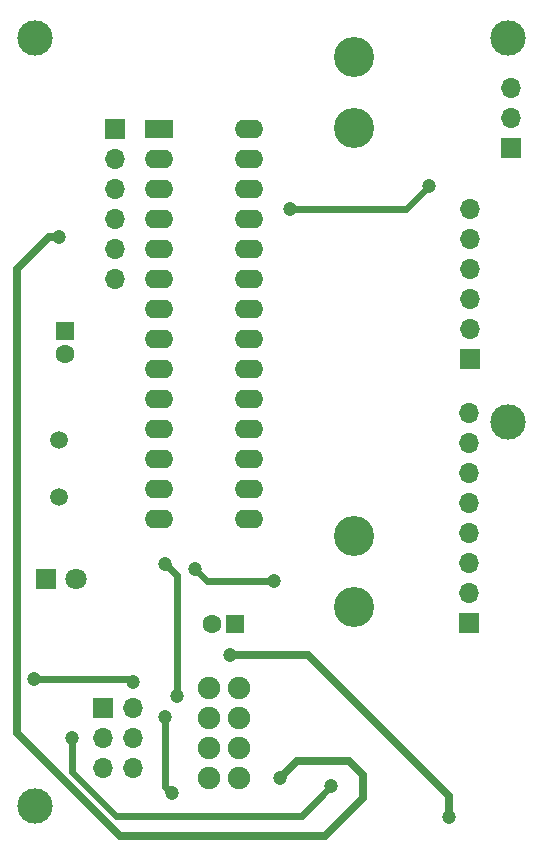
<source format=gtl>
G04 #@! TF.GenerationSoftware,KiCad,Pcbnew,5.0.1-33cea8e~68~ubuntu18.04.1*
G04 #@! TF.CreationDate,2018-11-23T15:34:50-05:00*
G04 #@! TF.ProjectId,samn,73616D6E2E6B696361645F7063620000,6*
G04 #@! TF.SameCoordinates,Original*
G04 #@! TF.FileFunction,Copper,L1,Top,Mixed*
G04 #@! TF.FilePolarity,Positive*
%FSLAX46Y46*%
G04 Gerber Fmt 4.6, Leading zero omitted, Abs format (unit mm)*
G04 Created by KiCad (PCBNEW 5.0.1-33cea8e~68~ubuntu18.04.1) date Fri 23 Nov 2018 03:34:50 PM EST*
%MOMM*%
%LPD*%
G01*
G04 APERTURE LIST*
G04 #@! TA.AperFunction,ComponentPad*
%ADD10R,1.700000X1.700000*%
G04 #@! TD*
G04 #@! TA.AperFunction,ComponentPad*
%ADD11O,1.700000X1.700000*%
G04 #@! TD*
G04 #@! TA.AperFunction,ComponentPad*
%ADD12C,1.900000*%
G04 #@! TD*
G04 #@! TA.AperFunction,ComponentPad*
%ADD13C,1.800000*%
G04 #@! TD*
G04 #@! TA.AperFunction,ComponentPad*
%ADD14R,1.800000X1.800000*%
G04 #@! TD*
G04 #@! TA.AperFunction,ComponentPad*
%ADD15C,3.400000*%
G04 #@! TD*
G04 #@! TA.AperFunction,ComponentPad*
%ADD16C,1.500000*%
G04 #@! TD*
G04 #@! TA.AperFunction,ComponentPad*
%ADD17C,1.600000*%
G04 #@! TD*
G04 #@! TA.AperFunction,ComponentPad*
%ADD18R,1.600000X1.600000*%
G04 #@! TD*
G04 #@! TA.AperFunction,ComponentPad*
%ADD19O,2.400000X1.600000*%
G04 #@! TD*
G04 #@! TA.AperFunction,ComponentPad*
%ADD20R,2.400000X1.600000*%
G04 #@! TD*
G04 #@! TA.AperFunction,ViaPad*
%ADD21C,3.000000*%
G04 #@! TD*
G04 #@! TA.AperFunction,ViaPad*
%ADD22C,1.200000*%
G04 #@! TD*
G04 #@! TA.AperFunction,Conductor*
%ADD23C,0.400000*%
G04 #@! TD*
G04 #@! TA.AperFunction,Conductor*
%ADD24C,0.600000*%
G04 #@! TD*
G04 #@! TA.AperFunction,Conductor*
%ADD25C,0.700000*%
G04 #@! TD*
G04 APERTURE END LIST*
D10*
G04 #@! TO.P,J5,1*
G04 #@! TO.N,GND*
X63750000Y-31850000D03*
D11*
G04 #@! TO.P,J5,2*
G04 #@! TO.N,+1V5*
X63750000Y-29310000D03*
G04 #@! TO.P,J5,3*
G04 #@! TO.N,Net-(J5-Pad3)*
X63750000Y-26770000D03*
G04 #@! TD*
D12*
G04 #@! TO.P,U3,1*
G04 #@! TO.N,GND*
X38250000Y-77500000D03*
G04 #@! TO.P,U3,2*
G04 #@! TO.N,+3V3*
X40790000Y-77500000D03*
G04 #@! TO.P,U3,3*
G04 #@! TO.N,Net-(U2-Pad12)*
X38250000Y-80040000D03*
G04 #@! TO.P,U3,4*
G04 #@! TO.N,Net-(U2-Pad13)*
X40790000Y-80040000D03*
G04 #@! TO.P,U3,5*
G04 #@! TO.N,SCK*
X38250000Y-82580000D03*
G04 #@! TO.P,U3,6*
G04 #@! TO.N,MOSI*
X40790000Y-82580000D03*
G04 #@! TO.P,U3,7*
G04 #@! TO.N,MISO*
X38250000Y-85120000D03*
G04 #@! TO.P,U3,8*
G04 #@! TO.N,Net-(J3-Pad4)*
X40790000Y-85120000D03*
G04 #@! TD*
D11*
G04 #@! TO.P,J4,6*
G04 #@! TO.N,MISO*
X31790000Y-84330000D03*
G04 #@! TO.P,J4,5*
G04 #@! TO.N,+3V3*
X29250000Y-84330000D03*
G04 #@! TO.P,J4,4*
G04 #@! TO.N,SCK*
X31790000Y-81790000D03*
G04 #@! TO.P,J4,3*
G04 #@! TO.N,MOSI*
X29250000Y-81790000D03*
G04 #@! TO.P,J4,2*
G04 #@! TO.N,Reset*
X31790000Y-79250000D03*
D10*
G04 #@! TO.P,J4,1*
G04 #@! TO.N,GND*
X29250000Y-79250000D03*
G04 #@! TD*
D13*
G04 #@! TO.P,LED_I1,2*
G04 #@! TO.N,Net-(LED_I1-Pad2)*
X26940000Y-68300000D03*
D14*
G04 #@! TO.P,LED_I1,1*
G04 #@! TO.N,GND*
X24400000Y-68300000D03*
G04 #@! TD*
D15*
G04 #@! TO.P,V1,2*
G04 #@! TO.N,GND*
X50500000Y-70700000D03*
X50500000Y-64700000D03*
G04 #@! TO.P,V1,1*
G04 #@! TO.N,Net-(J5-Pad3)*
X50500000Y-30150000D03*
X50500000Y-24150000D03*
G04 #@! TD*
D16*
G04 #@! TO.P,Y1,2*
G04 #@! TO.N,Net-(C6-Pad1)*
X25500000Y-61380000D03*
G04 #@! TO.P,Y1,1*
G04 #@! TO.N,Net-(C5-Pad1)*
X25500000Y-56500000D03*
G04 #@! TD*
D17*
G04 #@! TO.P,C4,2*
G04 #@! TO.N,GND*
X26050000Y-49300000D03*
D18*
G04 #@! TO.P,C4,1*
G04 #@! TO.N,+3V3*
X26050000Y-47300000D03*
G04 #@! TD*
D17*
G04 #@! TO.P,C7,2*
G04 #@! TO.N,GND*
X38450000Y-72150000D03*
D18*
G04 #@! TO.P,C7,1*
G04 #@! TO.N,+3V3*
X40450000Y-72150000D03*
G04 #@! TD*
D11*
G04 #@! TO.P,J1,6*
G04 #@! TO.N,Net-(J1-Pad6)*
X60300000Y-36950000D03*
G04 #@! TO.P,J1,5*
G04 #@! TO.N,Net-(J1-Pad5)*
X60300000Y-39490000D03*
G04 #@! TO.P,J1,4*
G04 #@! TO.N,Net-(J1-Pad4)*
X60300000Y-42030000D03*
G04 #@! TO.P,J1,3*
G04 #@! TO.N,Net-(J1-Pad3)*
X60300000Y-44570000D03*
G04 #@! TO.P,J1,2*
G04 #@! TO.N,Net-(J1-Pad2)*
X60300000Y-47110000D03*
D10*
G04 #@! TO.P,J1,1*
G04 #@! TO.N,Net-(J1-Pad1)*
X60300000Y-49650000D03*
G04 #@! TD*
D11*
G04 #@! TO.P,J3,6*
G04 #@! TO.N,Net-(J3-Pad6)*
X30250000Y-42950000D03*
G04 #@! TO.P,J3,5*
G04 #@! TO.N,Net-(J3-Pad5)*
X30250000Y-40410000D03*
G04 #@! TO.P,J3,4*
G04 #@! TO.N,Net-(J3-Pad4)*
X30250000Y-37870000D03*
G04 #@! TO.P,J3,3*
G04 #@! TO.N,Net-(J3-Pad3)*
X30250000Y-35330000D03*
G04 #@! TO.P,J3,2*
G04 #@! TO.N,Net-(J3-Pad2)*
X30250000Y-32790000D03*
D10*
G04 #@! TO.P,J3,1*
G04 #@! TO.N,Reset*
X30250000Y-30250000D03*
G04 #@! TD*
D11*
G04 #@! TO.P,J2,8*
G04 #@! TO.N,GND*
X60250000Y-54220000D03*
G04 #@! TO.P,J2,7*
G04 #@! TO.N,+3V3*
X60250000Y-56760000D03*
G04 #@! TO.P,J2,6*
G04 #@! TO.N,SCK*
X60250000Y-59300000D03*
G04 #@! TO.P,J2,5*
G04 #@! TO.N,MISO*
X60250000Y-61840000D03*
G04 #@! TO.P,J2,4*
G04 #@! TO.N,MOSI*
X60250000Y-64380000D03*
G04 #@! TO.P,J2,3*
G04 #@! TO.N,Net-(J2-Pad3)*
X60250000Y-66920000D03*
G04 #@! TO.P,J2,2*
G04 #@! TO.N,Net-(J2-Pad2)*
X60250000Y-69460000D03*
D10*
G04 #@! TO.P,J2,1*
G04 #@! TO.N,Net-(J2-Pad1)*
X60250000Y-72000000D03*
G04 #@! TD*
D19*
G04 #@! TO.P,U2,28*
G04 #@! TO.N,Net-(J1-Pad6)*
X41620000Y-30250000D03*
G04 #@! TO.P,U2,14*
G04 #@! TO.N,Net-(J2-Pad1)*
X34000000Y-63270000D03*
G04 #@! TO.P,U2,27*
G04 #@! TO.N,Net-(J1-Pad5)*
X41620000Y-32790000D03*
G04 #@! TO.P,U2,13*
G04 #@! TO.N,Net-(U2-Pad13)*
X34000000Y-60730000D03*
G04 #@! TO.P,U2,26*
G04 #@! TO.N,Net-(R7-Pad1)*
X41620000Y-35330000D03*
G04 #@! TO.P,U2,12*
G04 #@! TO.N,Net-(U2-Pad12)*
X34000000Y-58190000D03*
G04 #@! TO.P,U2,25*
G04 #@! TO.N,Net-(J1-Pad3)*
X41620000Y-37870000D03*
G04 #@! TO.P,U2,11*
G04 #@! TO.N,Net-(R4-Pad2)*
X34000000Y-55650000D03*
G04 #@! TO.P,U2,24*
G04 #@! TO.N,Net-(J1-Pad2)*
X41620000Y-40410000D03*
G04 #@! TO.P,U2,10*
G04 #@! TO.N,Net-(C6-Pad1)*
X34000000Y-53110000D03*
G04 #@! TO.P,U2,23*
G04 #@! TO.N,Net-(J1-Pad1)*
X41620000Y-42950000D03*
G04 #@! TO.P,U2,9*
G04 #@! TO.N,Net-(C5-Pad1)*
X34000000Y-50570000D03*
G04 #@! TO.P,U2,22*
G04 #@! TO.N,GND*
X41620000Y-45490000D03*
G04 #@! TO.P,U2,8*
X34000000Y-48030000D03*
G04 #@! TO.P,U2,21*
G04 #@! TO.N,Net-(C3-Pad2)*
X41620000Y-48030000D03*
G04 #@! TO.P,U2,7*
G04 #@! TO.N,+3V3*
X34000000Y-45490000D03*
G04 #@! TO.P,U2,20*
X41620000Y-50570000D03*
G04 #@! TO.P,U2,6*
G04 #@! TO.N,Net-(J3-Pad6)*
X34000000Y-42950000D03*
G04 #@! TO.P,U2,19*
G04 #@! TO.N,SCK*
X41620000Y-53110000D03*
G04 #@! TO.P,U2,5*
G04 #@! TO.N,Net-(J3-Pad5)*
X34000000Y-40410000D03*
G04 #@! TO.P,U2,18*
G04 #@! TO.N,MISO*
X41620000Y-55650000D03*
G04 #@! TO.P,U2,4*
G04 #@! TO.N,Net-(J3-Pad4)*
X34000000Y-37870000D03*
G04 #@! TO.P,U2,17*
G04 #@! TO.N,MOSI*
X41620000Y-58190000D03*
G04 #@! TO.P,U2,3*
G04 #@! TO.N,Net-(J3-Pad3)*
X34000000Y-35330000D03*
G04 #@! TO.P,U2,16*
G04 #@! TO.N,Net-(J2-Pad3)*
X41620000Y-60730000D03*
G04 #@! TO.P,U2,2*
G04 #@! TO.N,Net-(J3-Pad2)*
X34000000Y-32790000D03*
G04 #@! TO.P,U2,15*
G04 #@! TO.N,Net-(J2-Pad2)*
X41620000Y-63270000D03*
D20*
G04 #@! TO.P,U2,1*
G04 #@! TO.N,Reset*
X34000000Y-30250000D03*
G04 #@! TD*
D21*
G04 #@! TO.N,*
X23500000Y-22500000D03*
X23500000Y-87500000D03*
X63500000Y-55000000D03*
X63500000Y-22500000D03*
D22*
G04 #@! TO.N,Reset*
X31750000Y-77000030D03*
X23400010Y-76750000D03*
G04 #@! TO.N,+3V3*
X58500000Y-88500000D03*
X40000000Y-74750000D03*
G04 #@! TO.N,Net-(U2-Pad12)*
X34500000Y-67000000D03*
X35500000Y-78250000D03*
G04 #@! TO.N,SCK*
X34500000Y-80000000D03*
X35050004Y-86450000D03*
G04 #@! TO.N,MOSI*
X26610000Y-81790000D03*
X48550000Y-85850000D03*
G04 #@! TO.N,Net-(J3-Pad4)*
X44250000Y-85150000D03*
X25550000Y-39350000D03*
G04 #@! TO.N,Net-(J2-Pad1)*
X37000000Y-67470000D03*
X43750000Y-68500000D03*
G04 #@! TO.N,Net-(R7-Pad1)*
X56850000Y-35000000D03*
X45100000Y-36950000D03*
G04 #@! TD*
D23*
G04 #@! TO.N,Reset*
X31499970Y-76750000D02*
X31750000Y-77000030D01*
D24*
X31499970Y-76750000D02*
X23400010Y-76750000D01*
D25*
G04 #@! TO.N,+3V3*
X58500000Y-87651472D02*
X58500000Y-88500000D01*
X40000000Y-74750000D02*
X46600002Y-74750000D01*
X46600002Y-74750000D02*
X58500000Y-86649998D01*
X58500000Y-86649998D02*
X58500000Y-87651472D01*
D24*
G04 #@! TO.N,Net-(U2-Pad12)*
X34500000Y-67000000D02*
X35500000Y-68000000D01*
X35500000Y-68000000D02*
X35500000Y-78250000D01*
G04 #@! TO.N,SCK*
X34500000Y-80000000D02*
X34500000Y-85899996D01*
X34500000Y-85899996D02*
X35050004Y-86450000D01*
G04 #@! TO.N,MOSI*
X46050000Y-88350000D02*
X47950001Y-86449999D01*
X26610000Y-84666482D02*
X30293518Y-88350000D01*
X47950001Y-86449999D02*
X48550000Y-85850000D01*
X26610000Y-81790000D02*
X26610000Y-84666482D01*
X30293518Y-88350000D02*
X46050000Y-88350000D01*
D25*
G04 #@! TO.N,Net-(J3-Pad4)*
X45700000Y-83700000D02*
X44250000Y-85150000D01*
X51250000Y-86850000D02*
X51250000Y-84900000D01*
X30700000Y-90100000D02*
X48000000Y-90100000D01*
X51250000Y-84900000D02*
X50050000Y-83700000D01*
X21950000Y-42101472D02*
X21950000Y-81350000D01*
X24701472Y-39350000D02*
X21950000Y-42101472D01*
X48000000Y-90100000D02*
X51250000Y-86850000D01*
X50050000Y-83700000D02*
X45700000Y-83700000D01*
X21950000Y-81350000D02*
X30700000Y-90100000D01*
X25550000Y-39350000D02*
X24701472Y-39350000D01*
D24*
G04 #@! TO.N,Net-(J2-Pad1)*
X43750000Y-68500000D02*
X38030000Y-68500000D01*
X38030000Y-68500000D02*
X37000000Y-67470000D01*
G04 #@! TO.N,Net-(R7-Pad1)*
X45100000Y-36950000D02*
X54900000Y-36950000D01*
X54900000Y-36950000D02*
X56850000Y-35000000D01*
G04 #@! TD*
M02*

</source>
